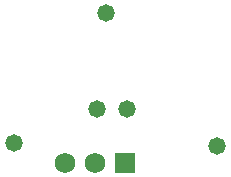
<source format=gbs>
G04 Layer_Color=16711935*
%FSAX24Y24*%
%MOIN*%
G70*
G01*
G75*
%ADD35C,0.0580*%
%ADD36R,0.0680X0.0680*%
%ADD37C,0.0680*%
D35*
X099360Y046350D02*
D03*
X098360D02*
D03*
X102360Y045100D02*
D03*
X098660Y049550D02*
D03*
X095610Y045200D02*
D03*
D36*
X099310Y044550D02*
D03*
D37*
X097310D02*
D03*
X098310D02*
D03*
M02*

</source>
